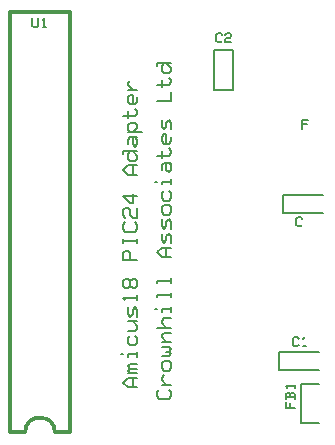
<source format=gbr>
G04 GERBER ASCII OUTPUT FROM: EDWINXP (VER. 1.61 REV. 20080315)*
G04 GERBER FORMAT: RX-274-X*
G04 BOARD: DSPIC_ADAPTER*
G04 ARTWORK OF COMP.PRINT POSITIVE*
%ASAXBY*%
%FSLAX23Y23*%
%MIA0B0*%
%MOIN*%
%OFA0.0000B0.0000*%
%SFA1B1*%
%IJA0B0*%
%INLAYER0POS*%
%IOA0B0*%
%IPPOS*%
%IR0*%
G04 APERTURE MACROS*
%AMEDWDONUT*
1,1,$1,$2,$3*
1,0,$4,$2,$3*
%
%AMEDWFRECT*
20,1,$1,$2,$3,$4,$5,$6*
%
%AMEDWORECT*
20,1,$1,$2,$3,$4,$5,$10*
20,1,$1,$4,$5,$6,$7,$10*
20,1,$1,$6,$7,$8,$9,$10*
20,1,$1,$8,$9,$2,$3,$10*
1,1,$1,$2,$3*
1,1,$1,$4,$5*
1,1,$1,$6,$7*
1,1,$1,$8,$9*
%
%AMEDWLINER*
20,1,$1,$2,$3,$4,$5,$6*
1,1,$1,$2,$3*
1,1,$1,$4,$5*
%
%AMEDWFTRNG*
4,1,3,$1,$2,$3,$4,$5,$6,$7,$8,$9*
%
%AMEDWATRNG*
4,1,3,$1,$2,$3,$4,$5,$6,$7,$8,$9*
20,1,$11,$1,$2,$3,$4,$10*
20,1,$11,$3,$4,$5,$6,$10*
20,1,$11,$5,$6,$7,$8,$10*
1,1,$11,$3,$4*
1,1,$11,$5,$6*
1,1,$11,$7,$8*
%
%AMEDWOTRNG*
20,1,$1,$2,$3,$4,$5,$8*
20,1,$1,$4,$5,$6,$7,$8*
20,1,$1,$6,$7,$2,$3,$8*
1,1,$1,$2,$3*
1,1,$1,$4,$5*
1,1,$1,$6,$7*
%
G04*
G04 APERTURE LIST*
%ADD10R,0.0500X0.0460*%
%ADD11R,0.0740X0.0700*%
%ADD12R,0.0440X0.0400*%
%ADD13R,0.0680X0.0640*%
%ADD14R,0.0460X0.0500*%
%ADD15R,0.0700X0.0740*%
%ADD16R,0.0400X0.0440*%
%ADD17R,0.0640X0.0680*%
%ADD18R,0.0700X0.0700*%
%ADD19R,0.0940X0.0940*%
%ADD20R,0.0600X0.0600*%
%ADD21R,0.0840X0.0840*%
%ADD22C,0.0010*%
%ADD24C,0.00197*%
%ADD26C,0.0020*%
%ADD27R,0.0020X0.0020*%
%ADD28C,0.0030*%
%ADD29R,0.0030X0.0030*%
%ADD30C,0.00302*%
%ADD31R,0.00302X0.00302*%
%ADD32C,0.0040*%
%ADD33R,0.0040X0.0040*%
%ADD34C,0.0050*%
%ADD35R,0.0050X0.0050*%
%ADD36C,0.00512*%
%ADD38C,0.00787*%
%ADD39R,0.00787X0.00787*%
%ADD40C,0.0080*%
%ADD42C,0.00889*%
%ADD43R,0.00889X0.00889*%
%ADD44C,0.00984*%
%ADD45R,0.00984X0.00984*%
%ADD46C,0.0100*%
%ADD47R,0.0100X0.0100*%
%ADD48C,0.01181*%
%ADD50C,0.0120*%
%ADD52C,0.0120*%
%ADD54C,0.0130*%
%ADD56C,0.01478*%
%ADD57R,0.01478X0.01478*%
%ADD58C,0.01575*%
%ADD60C,0.01677*%
%ADD61R,0.01677X0.01677*%
%ADD62C,0.01969*%
%ADD63R,0.01969X0.01969*%
%ADD64C,0.0235*%
%ADD65R,0.0235X0.0235*%
%ADD66C,0.02362*%
%ADD68C,0.0240*%
%ADD70C,0.0240*%
%ADD72C,0.02518*%
%ADD73R,0.02518X0.02518*%
%ADD74C,0.02597*%
%ADD76C,0.02602*%
%ADD77R,0.02602X0.02602*%
%ADD78C,0.0290*%
%ADD80C,0.02912*%
%ADD81R,0.02912X0.02912*%
%ADD82C,0.0300*%
%ADD83R,0.0300X0.0300*%
%ADD84C,0.03022*%
%ADD85R,0.03022X0.03022*%
%ADD86C,0.03187*%
%ADD88C,0.0320*%
%ADD90C,0.03274*%
%ADD91R,0.03274X0.03274*%
%ADD92C,0.0350*%
%ADD93R,0.0350X0.0350*%
%ADD94C,0.03581*%
%ADD96C,0.03609*%
%ADD97R,0.03609X0.03609*%
%ADD98C,0.0370*%
%ADD100C,0.03861*%
%ADD101R,0.03861X0.03861*%
%ADD102C,0.03937*%
%ADD103R,0.03937X0.03937*%
%ADD104C,0.03975*%
%ADD106C,0.04029*%
%ADD107R,0.04029X0.04029*%
%ADD108C,0.04077*%
%ADD109R,0.04077X0.04077*%
%ADD110C,0.0470*%
%ADD111R,0.0470X0.0470*%
%ADD112C,0.0475*%
%ADD113R,0.0475X0.0475*%
%ADD114C,0.04762*%
%ADD115R,0.04762X0.04762*%
%ADD116C,0.04784*%
%ADD117R,0.04784X0.04784*%
%ADD118C,0.04918*%
%ADD119R,0.04918X0.04918*%
%ADD120C,0.0500*%
%ADD121R,0.0500X0.0500*%
%ADD122C,0.05002*%
%ADD123R,0.05002X0.05002*%
%ADD124C,0.05036*%
%ADD125R,0.05036X0.05036*%
%ADD126C,0.0512*%
%ADD127R,0.0512X0.0512*%
%ADD128C,0.05422*%
%ADD129R,0.05422X0.05422*%
%ADD130C,0.05451*%
%ADD131R,0.05451X0.05451*%
%ADD132C,0.0560*%
%ADD133R,0.0560X0.0560*%
%ADD134C,0.05674*%
%ADD135R,0.05674X0.05674*%
%ADD136C,0.05906*%
%ADD137R,0.05906X0.05906*%
%ADD138C,0.0600*%
%ADD139R,0.0600X0.0600*%
%ADD140C,0.06009*%
%ADD141R,0.06009X0.06009*%
%ADD142C,0.06127*%
%ADD143R,0.06127X0.06127*%
%ADD144C,0.0620*%
%ADD146C,0.06261*%
%ADD147R,0.06261X0.06261*%
%ADD148C,0.06429*%
%ADD149R,0.06429X0.06429*%
%ADD150C,0.06793*%
%ADD151R,0.06793X0.06793*%
%ADD152C,0.06799*%
%ADD153R,0.06799X0.06799*%
%ADD154C,0.06906*%
%ADD155R,0.06906X0.06906*%
%ADD156C,0.0700*%
%ADD157R,0.0700X0.0700*%
%ADD158C,0.07051*%
%ADD159R,0.07051X0.07051*%
%ADD160C,0.0710*%
%ADD161R,0.0710X0.0710*%
%ADD162C,0.07184*%
%ADD163R,0.07184X0.07184*%
%ADD164C,0.07296*%
%ADD165R,0.07296X0.07296*%
%ADD166C,0.0738*%
%ADD167R,0.0738X0.0738*%
%ADD168C,0.07436*%
%ADD169R,0.07436X0.07436*%
%ADD170C,0.0752*%
%ADD171R,0.0752X0.0752*%
%ADD172C,0.0760*%
%ADD174C,0.07851*%
%ADD175R,0.07851X0.07851*%
%ADD176C,0.07883*%
%ADD177R,0.07883X0.07883*%
%ADD178C,0.0800*%
%ADD179R,0.0800X0.0800*%
%ADD180C,0.08527*%
%ADD181R,0.08527X0.08527*%
%ADD182C,0.0860*%
%ADD184C,0.08646*%
%ADD185R,0.08646X0.08646*%
%ADD186C,0.08981*%
%ADD187R,0.08981X0.08981*%
%ADD188C,0.09193*%
%ADD189R,0.09193X0.09193*%
%ADD190C,0.09199*%
%ADD191R,0.09199X0.09199*%
%ADD192C,0.09451*%
%ADD193R,0.09451X0.09451*%
%ADD194C,0.09696*%
%ADD195R,0.09696X0.09696*%
%ADD196C,0.0978*%
%ADD197R,0.0978X0.0978*%
%ADD198C,0.09811*%
%ADD199R,0.09811X0.09811*%
%ADD200C,0.1000*%
%ADD203R,0.10283X0.10283*%
%ADD205R,0.11046X0.11046*%
%ADD207R,0.11381X0.11381*%
%ADD209R,0.11835X0.11835*%
%ADD211R,0.12211X0.12211*%
%ADD213R,0.12339X0.12339*%
%ADD215R,0.12423X0.12423*%
%ADD217R,0.12842X0.12842*%
%ADD219R,0.13934X0.13934*%
%ADD221R,0.14235X0.14235*%
%ADD223R,0.14507X0.14507*%
%ADD225R,0.14739X0.14739*%
%ADD227R,0.14823X0.14823*%
%ADD229R,0.15242X0.15242*%
%ADD231R,0.16334X0.16334*%
%ADD233R,0.16907X0.16907*%
%ADD235R,0.17039X0.17039*%
%ADD237R,0.19439X0.19439*%
%ADD239R,0.21152X0.21152*%
%ADD241R,0.23552X0.23552*%
%ADD243R,0.26776X0.26776*%
%ADD245R,0.27783X0.27783*%
%ADD247R,0.28035X0.28035*%
%ADD249R,0.29176X0.29176*%
%ADD251R,0.30183X0.30183*%
%ADD253R,0.30435X0.30435*%
%ADD255R,0.49943X0.49943*%
%ADD257R,0.52041X0.52041*%
%ADD259R,0.52209X0.52209*%
%ADD261R,0.52343X0.52343*%
%ADD263R,0.54441X0.54441*%
%ADD265R,0.54609X0.54609*%
%ADD266C,0.64609*%
%ADD267R,0.64609X0.64609*%
%ADD268C,0.74609*%
%ADD269R,0.74609X0.74609*%
%ADD270C,0.84609*%
%ADD271R,0.84609X0.84609*%
%ADD272C,0.94609*%
%ADD273R,0.94609X0.94609*%
%ADD274C,1.04609*%
%ADD275R,1.04609X1.04609*%
%ADD276C,1.14609*%
%ADD277R,1.14609X1.14609*%
%ADD278C,1.24609*%
%ADD279R,1.24609X1.24609*%
%ADD280C,1.34609*%
%ADD281R,1.34609X1.34609*%
%ADD282C,1.44609*%
%ADD283R,1.44609X1.44609*%
%ADD284C,1.54609*%
%ADD285R,1.54609X1.54609*%
%ADD286C,1.64609*%
%ADD287R,1.64609X1.64609*%
%ADD288C,1.74609*%
%ADD289R,1.74609X1.74609*%
%ADD290C,1.84609*%
%ADD291R,1.84609X1.84609*%
%ADD292C,1.94609*%
%ADD293R,1.94609X1.94609*%
G04*
D40* 
X1024Y806D02*
X1024Y745D01*
X1155Y745D01*
X1155Y806D01*
X1024Y806D01*
D36* 
X1088Y705D02*
X1083Y700D01*
X1073Y700D01*
X1068Y705D01*
X1068Y726D01*
X1073Y731D01*
X1083Y731D01*
X1088Y726D01*
X1098Y726D02*
X1103Y731D01*
X1114Y731D01*
X1119Y726D01*
X1119Y720D01*
X1114Y715D01*
X1108Y715D01*
X1114Y715D02*
X1119Y710D01*
X1119Y705D01*
X1114Y700D01*
X1103Y700D01*
X1098Y705D01*
D40* 
X794Y1156D02*
X855Y1156D01*
X855Y1288D01*
X794Y1288D01*
X794Y1156D01*
D36* 
X820Y1318D02*
X815Y1313D01*
X805Y1313D01*
X800Y1318D01*
X800Y1338D01*
X805Y1343D01*
X815Y1343D01*
X820Y1338D01*
X831Y1338D02*
X836Y1343D01*
X846Y1343D01*
X851Y1338D01*
X851Y1333D01*
X846Y1328D01*
X836Y1328D01*
X831Y1323D01*
X831Y1313D01*
X851Y1313D01*
D40* 
X1011Y281D02*
X1011Y220D01*
X1143Y220D01*
X1143Y281D01*
X1011Y281D01*
D36* 
X1075Y305D02*
X1070Y300D01*
X1060Y300D01*
X1055Y305D01*
X1055Y326D01*
X1060Y331D01*
X1070Y331D01*
X1075Y326D01*
X1091Y300D02*
X1101Y300D01*
X1096Y300D02*
X1096Y331D01*
X1091Y326D01*
D40* 
X1156Y1006D02*
X1095Y1006D01*
X1095Y875D01*
X1156Y875D01*
X1156Y1006D01*
D36* 
X1088Y1025D02*
X1088Y1056D01*
X1108Y1056D01*
X1088Y1040D02*
X1103Y1040D01*
X1118Y1025D02*
X1134Y1025D01*
X1139Y1030D01*
X1139Y1035D01*
X1134Y1040D01*
X1123Y1040D01*
X1134Y1040D02*
X1139Y1045D01*
X1139Y1051D01*
X1134Y1056D01*
X1118Y1056D01*
X1123Y1056D02*
X1123Y1025D01*
X1149Y1051D02*
X1154Y1056D01*
X1164Y1056D01*
X1169Y1051D01*
X1169Y1045D01*
X1164Y1040D01*
X1154Y1040D01*
X1149Y1035D01*
X1149Y1025D01*
X1169Y1025D01*
D40* 
X1144Y176D02*
X1083Y176D01*
X1083Y45D01*
X1144Y45D01*
X1144Y176D01*
D36* 
X1063Y95D02*
X1032Y95D01*
X1032Y115D01*
X1047Y95D02*
X1047Y110D01*
X1063Y126D02*
X1063Y141D01*
X1057Y146D01*
X1052Y146D01*
X1047Y141D01*
X1047Y131D01*
X1047Y141D02*
X1042Y146D01*
X1037Y146D01*
X1032Y141D01*
X1032Y126D01*
X1032Y131D02*
X1063Y131D01*
X1063Y162D02*
X1063Y172D01*
X1063Y167D02*
X1032Y167D01*
X1037Y162D01*
D54* 
X263Y13D02*
X313Y13D01*
X313Y1413D01*
X113Y1413D01*
X113Y13D01*
X163Y13D01*
G75*
G01X263Y13D02*
G03X163Y13I-50J0D01*
G01*
D36* 
X188Y1393D02*
X188Y1368D01*
X193Y1363D01*
X203Y1363D01*
X208Y1368D01*
X208Y1393D01*
X223Y1363D02*
X234Y1363D01*
X228Y1363D02*
X228Y1393D01*
X223Y1388D01*
D38* 
X538Y163D02*
X506Y163D01*
X490Y178D01*
X506Y194D01*
X538Y194D01*
X522Y194D02*
X522Y163D01*
X538Y210D02*
X506Y210D01*
X514Y210D02*
X506Y218D01*
X514Y225D01*
X538Y225D01*
X514Y225D02*
X506Y233D01*
X514Y241D01*
X538Y241D01*
X538Y265D02*
X538Y281D01*
X538Y273D02*
X506Y273D01*
X506Y265D01*
X490Y273D02*
X482Y273D01*
X514Y336D02*
X506Y328D01*
X506Y312D01*
X514Y304D01*
X530Y304D01*
X538Y312D01*
X538Y328D01*
X530Y336D01*
X506Y351D02*
X530Y351D01*
X538Y359D01*
X538Y367D01*
X522Y383D01*
X506Y383D02*
X538Y383D01*
X538Y399D02*
X538Y422D01*
X530Y430D01*
X522Y422D01*
X522Y407D01*
X514Y399D01*
X506Y407D01*
X506Y430D01*
X538Y454D02*
X538Y470D01*
X538Y462D02*
X490Y462D01*
X498Y454D01*
X530Y493D02*
X522Y493D01*
X514Y501D01*
X514Y517D01*
X506Y525D01*
X498Y525D01*
X490Y517D01*
X490Y501D01*
X498Y493D01*
X506Y493D01*
X514Y501D01*
X514Y517D02*
X522Y525D01*
X530Y525D01*
X538Y517D01*
X538Y501D01*
X530Y493D01*
X538Y588D02*
X490Y588D01*
X490Y611D01*
X498Y619D01*
X506Y619D01*
X514Y611D01*
X514Y588D01*
X538Y643D02*
X538Y659D01*
X538Y651D02*
X490Y651D01*
X490Y643D02*
X490Y659D01*
X530Y714D02*
X538Y706D01*
X538Y690D01*
X530Y682D01*
X498Y682D01*
X490Y690D01*
X490Y706D01*
X498Y714D01*
X498Y729D02*
X490Y737D01*
X490Y753D01*
X498Y761D01*
X506Y761D01*
X514Y753D01*
X514Y737D01*
X522Y729D01*
X538Y729D01*
X538Y761D01*
X522Y808D02*
X522Y777D01*
X514Y777D01*
X490Y800D01*
X538Y800D01*
X538Y871D02*
X506Y871D01*
X490Y887D01*
X506Y903D01*
X538Y903D01*
X522Y903D02*
X522Y871D01*
X522Y950D02*
X538Y934D01*
X538Y926D01*
X530Y918D01*
X514Y918D01*
X506Y926D01*
X506Y942D01*
X514Y950D01*
X490Y942D02*
X490Y950D01*
X538Y950D01*
X506Y974D02*
X506Y989D01*
X514Y997D01*
X538Y997D01*
X530Y997D02*
X538Y989D01*
X538Y974D01*
X530Y966D01*
X522Y974D01*
X522Y997D01*
X553Y1013D02*
X506Y1013D01*
X514Y1013D02*
X506Y1021D01*
X506Y1037D01*
X514Y1044D01*
X530Y1044D01*
X538Y1037D01*
X538Y1029D01*
X522Y1013D01*
X506Y1060D02*
X506Y1084D01*
X490Y1068D02*
X530Y1068D01*
X538Y1076D01*
X538Y1084D01*
X530Y1092D01*
X522Y1107D02*
X522Y1139D01*
X514Y1139D01*
X506Y1131D01*
X506Y1115D01*
X514Y1107D01*
X530Y1107D01*
X538Y1115D01*
X538Y1131D01*
X538Y1155D02*
X506Y1155D01*
X522Y1155D02*
X506Y1170D01*
X506Y1178D01*
X514Y1186D01*
X642Y156D02*
X650Y149D01*
X650Y133D01*
X642Y125D01*
X611Y125D01*
X603Y133D01*
X603Y149D01*
X611Y156D01*
X650Y172D02*
X619Y172D01*
X634Y172D02*
X619Y188D01*
X619Y196D01*
X626Y204D01*
X642Y219D02*
X626Y219D01*
X619Y227D01*
X619Y243D01*
X626Y251D01*
X642Y251D01*
X650Y243D01*
X650Y227D01*
X642Y219D01*
X619Y267D02*
X642Y267D01*
X650Y275D01*
X642Y282D01*
X634Y282D01*
X642Y282D02*
X650Y290D01*
X642Y298D01*
X619Y298D01*
X650Y314D02*
X619Y314D01*
X634Y314D02*
X619Y330D01*
X619Y338D01*
X626Y345D01*
X650Y345D01*
X650Y361D02*
X603Y361D01*
X634Y361D02*
X619Y377D01*
X619Y385D01*
X626Y393D01*
X650Y393D01*
X650Y416D02*
X650Y432D01*
X650Y424D02*
X619Y424D01*
X619Y416D01*
X603Y424D02*
X595Y424D01*
X603Y464D02*
X603Y471D01*
X650Y471D01*
X650Y464D02*
X650Y479D01*
X603Y511D02*
X603Y519D01*
X650Y519D01*
X650Y511D02*
X650Y527D01*
X650Y597D02*
X619Y597D01*
X603Y613D01*
X619Y629D01*
X650Y629D01*
X634Y629D02*
X634Y597D01*
X650Y645D02*
X650Y668D01*
X642Y676D01*
X634Y668D01*
X634Y653D01*
X626Y645D01*
X619Y653D01*
X619Y676D01*
X650Y692D02*
X650Y716D01*
X642Y723D01*
X634Y716D01*
X634Y700D01*
X626Y692D01*
X619Y700D01*
X619Y723D01*
X642Y739D02*
X626Y739D01*
X619Y747D01*
X619Y763D01*
X626Y771D01*
X642Y771D01*
X650Y763D01*
X650Y747D01*
X642Y739D01*
X626Y818D02*
X619Y810D01*
X619Y794D01*
X626Y786D01*
X642Y786D01*
X650Y794D01*
X650Y810D01*
X642Y818D01*
X650Y842D02*
X650Y857D01*
X650Y849D02*
X619Y849D01*
X619Y842D01*
X603Y849D02*
X595Y849D01*
X619Y889D02*
X619Y905D01*
X626Y912D01*
X650Y912D01*
X642Y912D02*
X650Y905D01*
X650Y889D01*
X642Y881D01*
X634Y889D01*
X634Y912D01*
X619Y928D02*
X619Y952D01*
X603Y936D02*
X642Y936D01*
X650Y944D01*
X650Y952D01*
X642Y960D01*
X634Y975D02*
X634Y1007D01*
X626Y1007D01*
X619Y999D01*
X619Y983D01*
X626Y975D01*
X642Y975D01*
X650Y983D01*
X650Y999D01*
X650Y1023D02*
X650Y1046D01*
X642Y1054D01*
X634Y1046D01*
X634Y1031D01*
X626Y1023D01*
X619Y1031D01*
X619Y1054D01*
X603Y1117D02*
X650Y1117D01*
X650Y1149D01*
X619Y1164D02*
X619Y1188D01*
X603Y1172D02*
X642Y1172D01*
X650Y1180D01*
X650Y1188D01*
X642Y1196D01*
X634Y1243D02*
X650Y1227D01*
X650Y1219D01*
X642Y1212D01*
X626Y1212D01*
X619Y1219D01*
X619Y1235D01*
X626Y1243D01*
X603Y1235D02*
X603Y1243D01*
X650Y1243D01*
M02*

</source>
